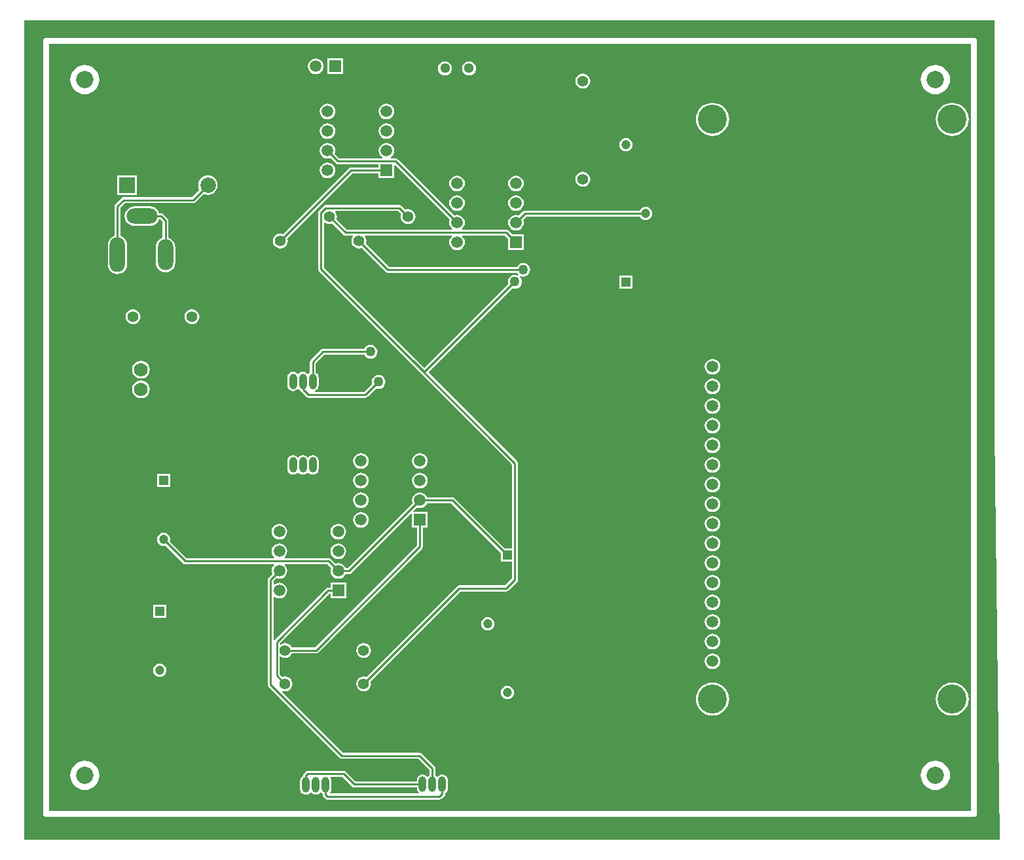
<source format=gbl>
G04 Layer_Physical_Order=2*
G04 Layer_Color=16711680*
%FSLAX24Y24*%
%MOIN*%
G70*
G01*
G75*
%ADD15C,0.0100*%
%ADD16C,0.0551*%
%ADD17C,0.0472*%
%ADD18R,0.0472X0.0472*%
%ADD19C,0.1476*%
%ADD20C,0.0591*%
%ADD21O,0.0394X0.0787*%
%ADD22O,0.0394X0.0787*%
%ADD23R,0.0591X0.0591*%
%ADD24C,0.0591*%
%ADD25R,0.0591X0.0591*%
%ADD26C,0.0512*%
%ADD27C,0.0700*%
%ADD28O,0.1575X0.0787*%
%ADD29O,0.0787X0.1575*%
%ADD30O,0.0787X0.1772*%
%ADD31R,0.0787X0.0787*%
%ADD32C,0.0787*%
%ADD33C,0.0500*%
G36*
X87674Y58900D02*
X87914Y38106D01*
X87879Y38070D01*
X38266Y38070D01*
Y79800D01*
X87674Y79800D01*
Y58900D01*
D02*
G37*
%LPC*%
G36*
X86614Y78893D02*
X39370D01*
X39312Y78881D01*
X39262Y78848D01*
X39229Y78799D01*
X39217Y78740D01*
Y39370D01*
X39229Y39312D01*
X39262Y39262D01*
X39312Y39229D01*
X39370Y39217D01*
X86614D01*
X86673Y39229D01*
X86722Y39262D01*
X86755Y39312D01*
X86767Y39370D01*
Y78740D01*
X86755Y78799D01*
X86722Y78848D01*
X86673Y78881D01*
X86614Y78893D01*
D02*
G37*
%LPD*%
G36*
X86461Y39523D02*
X39523D01*
Y78587D01*
X86461D01*
Y39523D01*
D02*
G37*
%LPC*%
G36*
X54495Y77845D02*
X53705D01*
Y77055D01*
X54495D01*
Y77845D01*
D02*
G37*
G36*
X53100Y77849D02*
X52997Y77835D01*
X52901Y77795D01*
X52818Y77732D01*
X52755Y77649D01*
X52715Y77553D01*
X52701Y77450D01*
X52715Y77347D01*
X52755Y77251D01*
X52818Y77168D01*
X52901Y77105D01*
X52997Y77065D01*
X53100Y77051D01*
X53203Y77065D01*
X53299Y77105D01*
X53382Y77168D01*
X53445Y77251D01*
X53485Y77347D01*
X53499Y77450D01*
X53485Y77553D01*
X53445Y77649D01*
X53382Y77732D01*
X53299Y77795D01*
X53203Y77835D01*
X53100Y77849D01*
D02*
G37*
G36*
X60902Y77709D02*
X60809Y77697D01*
X60722Y77661D01*
X60648Y77604D01*
X60591Y77529D01*
X60555Y77443D01*
X60543Y77350D01*
X60555Y77257D01*
X60591Y77171D01*
X60648Y77096D01*
X60722Y77039D01*
X60809Y77003D01*
X60902Y76991D01*
X60994Y77003D01*
X61081Y77039D01*
X61155Y77096D01*
X61212Y77171D01*
X61248Y77257D01*
X61261Y77350D01*
X61248Y77443D01*
X61212Y77529D01*
X61155Y77604D01*
X61081Y77661D01*
X60994Y77697D01*
X60902Y77709D01*
D02*
G37*
G36*
X59681D02*
X59588Y77697D01*
X59502Y77661D01*
X59427Y77604D01*
X59370Y77529D01*
X59334Y77443D01*
X59322Y77350D01*
X59334Y77257D01*
X59370Y77171D01*
X59427Y77096D01*
X59502Y77039D01*
X59588Y77003D01*
X59681Y76991D01*
X59774Y77003D01*
X59861Y77039D01*
X59935Y77096D01*
X59992Y77171D01*
X60028Y77257D01*
X60040Y77350D01*
X60028Y77443D01*
X59992Y77529D01*
X59935Y77604D01*
X59861Y77661D01*
X59774Y77697D01*
X59681Y77709D01*
D02*
G37*
G36*
X66700Y77079D02*
X66602Y77066D01*
X66511Y77028D01*
X66432Y76968D01*
X66372Y76889D01*
X66334Y76798D01*
X66321Y76700D01*
X66334Y76602D01*
X66372Y76511D01*
X66432Y76432D01*
X66511Y76372D01*
X66602Y76334D01*
X66700Y76321D01*
X66798Y76334D01*
X66889Y76372D01*
X66968Y76432D01*
X67028Y76511D01*
X67066Y76602D01*
X67079Y76700D01*
X67066Y76798D01*
X67028Y76889D01*
X66968Y76968D01*
X66889Y77028D01*
X66798Y77066D01*
X66700Y77079D01*
D02*
G37*
G36*
X84646Y77516D02*
X84501Y77501D01*
X84361Y77459D01*
X84232Y77390D01*
X84119Y77298D01*
X84027Y77185D01*
X83958Y77056D01*
X83916Y76917D01*
X83902Y76772D01*
X83916Y76626D01*
X83958Y76487D01*
X84027Y76358D01*
X84119Y76245D01*
X84232Y76153D01*
X84361Y76084D01*
X84501Y76042D01*
X84646Y76028D01*
X84791Y76042D01*
X84930Y76084D01*
X85059Y76153D01*
X85172Y76245D01*
X85264Y76358D01*
X85333Y76487D01*
X85375Y76626D01*
X85390Y76772D01*
X85375Y76917D01*
X85333Y77056D01*
X85264Y77185D01*
X85172Y77298D01*
X85059Y77390D01*
X84930Y77459D01*
X84791Y77501D01*
X84646Y77516D01*
D02*
G37*
G36*
X41339D02*
X41193Y77501D01*
X41054Y77459D01*
X40925Y77390D01*
X40812Y77298D01*
X40720Y77185D01*
X40651Y77056D01*
X40609Y76917D01*
X40594Y76772D01*
X40609Y76626D01*
X40651Y76487D01*
X40720Y76358D01*
X40812Y76245D01*
X40925Y76153D01*
X41054Y76084D01*
X41193Y76042D01*
X41339Y76028D01*
X41484Y76042D01*
X41623Y76084D01*
X41752Y76153D01*
X41865Y76245D01*
X41957Y76358D01*
X42026Y76487D01*
X42068Y76626D01*
X42083Y76772D01*
X42068Y76917D01*
X42026Y77056D01*
X41957Y77185D01*
X41865Y77298D01*
X41752Y77390D01*
X41623Y77459D01*
X41484Y77501D01*
X41339Y77516D01*
D02*
G37*
G36*
X56700Y75549D02*
X56597Y75535D01*
X56501Y75495D01*
X56418Y75432D01*
X56355Y75349D01*
X56315Y75253D01*
X56301Y75150D01*
X56315Y75047D01*
X56355Y74951D01*
X56418Y74868D01*
X56501Y74805D01*
X56597Y74765D01*
X56700Y74751D01*
X56803Y74765D01*
X56899Y74805D01*
X56982Y74868D01*
X57045Y74951D01*
X57085Y75047D01*
X57099Y75150D01*
X57085Y75253D01*
X57045Y75349D01*
X56982Y75432D01*
X56899Y75495D01*
X56803Y75535D01*
X56700Y75549D01*
D02*
G37*
G36*
X53700D02*
X53597Y75535D01*
X53501Y75495D01*
X53418Y75432D01*
X53355Y75349D01*
X53315Y75253D01*
X53301Y75150D01*
X53315Y75047D01*
X53355Y74951D01*
X53418Y74868D01*
X53501Y74805D01*
X53597Y74765D01*
X53700Y74751D01*
X53803Y74765D01*
X53899Y74805D01*
X53982Y74868D01*
X54045Y74951D01*
X54085Y75047D01*
X54099Y75150D01*
X54085Y75253D01*
X54045Y75349D01*
X53982Y75432D01*
X53899Y75495D01*
X53803Y75535D01*
X53700Y75549D01*
D02*
G37*
G36*
X85505Y75591D02*
X85340Y75574D01*
X85182Y75527D01*
X85037Y75449D01*
X84909Y75344D01*
X84804Y75216D01*
X84727Y75071D01*
X84679Y74913D01*
X84662Y74748D01*
X84679Y74584D01*
X84727Y74426D01*
X84804Y74280D01*
X84909Y74153D01*
X85037Y74048D01*
X85182Y73970D01*
X85340Y73922D01*
X85505Y73906D01*
X85669Y73922D01*
X85827Y73970D01*
X85973Y74048D01*
X86100Y74153D01*
X86205Y74280D01*
X86283Y74426D01*
X86331Y74584D01*
X86347Y74748D01*
X86331Y74913D01*
X86283Y75071D01*
X86205Y75216D01*
X86100Y75344D01*
X85973Y75449D01*
X85827Y75527D01*
X85669Y75574D01*
X85505Y75591D01*
D02*
G37*
G36*
X73300D02*
X73136Y75574D01*
X72978Y75527D01*
X72832Y75449D01*
X72704Y75344D01*
X72600Y75216D01*
X72522Y75071D01*
X72474Y74913D01*
X72458Y74748D01*
X72474Y74584D01*
X72522Y74426D01*
X72600Y74280D01*
X72704Y74153D01*
X72832Y74048D01*
X72978Y73970D01*
X73136Y73922D01*
X73300Y73906D01*
X73464Y73922D01*
X73622Y73970D01*
X73768Y74048D01*
X73896Y74153D01*
X74000Y74280D01*
X74078Y74426D01*
X74126Y74584D01*
X74142Y74748D01*
X74126Y74913D01*
X74078Y75071D01*
X74000Y75216D01*
X73896Y75344D01*
X73768Y75449D01*
X73622Y75527D01*
X73464Y75574D01*
X73300Y75591D01*
D02*
G37*
G36*
X56700Y74549D02*
X56597Y74535D01*
X56501Y74495D01*
X56418Y74432D01*
X56355Y74349D01*
X56315Y74253D01*
X56301Y74150D01*
X56315Y74047D01*
X56355Y73951D01*
X56418Y73868D01*
X56501Y73805D01*
X56597Y73765D01*
X56700Y73751D01*
X56803Y73765D01*
X56899Y73805D01*
X56982Y73868D01*
X57045Y73951D01*
X57085Y74047D01*
X57099Y74150D01*
X57085Y74253D01*
X57045Y74349D01*
X56982Y74432D01*
X56899Y74495D01*
X56803Y74535D01*
X56700Y74549D01*
D02*
G37*
G36*
X53700D02*
X53597Y74535D01*
X53501Y74495D01*
X53418Y74432D01*
X53355Y74349D01*
X53315Y74253D01*
X53301Y74150D01*
X53315Y74047D01*
X53355Y73951D01*
X53418Y73868D01*
X53501Y73805D01*
X53597Y73765D01*
X53700Y73751D01*
X53803Y73765D01*
X53899Y73805D01*
X53982Y73868D01*
X54045Y73951D01*
X54085Y74047D01*
X54099Y74150D01*
X54085Y74253D01*
X54045Y74349D01*
X53982Y74432D01*
X53899Y74495D01*
X53803Y74535D01*
X53700Y74549D01*
D02*
G37*
G36*
X68900Y73789D02*
X68812Y73778D01*
X68730Y73744D01*
X68660Y73690D01*
X68606Y73620D01*
X68572Y73538D01*
X68561Y73450D01*
X68572Y73362D01*
X68606Y73280D01*
X68660Y73210D01*
X68730Y73156D01*
X68812Y73122D01*
X68900Y73111D01*
X68988Y73122D01*
X69070Y73156D01*
X69140Y73210D01*
X69194Y73280D01*
X69228Y73362D01*
X69239Y73450D01*
X69228Y73538D01*
X69194Y73620D01*
X69140Y73690D01*
X69070Y73744D01*
X68988Y73778D01*
X68900Y73789D01*
D02*
G37*
G36*
X56700Y73549D02*
X56597Y73535D01*
X56501Y73495D01*
X56418Y73432D01*
X56355Y73349D01*
X56315Y73253D01*
X56301Y73150D01*
X56315Y73047D01*
X56355Y72951D01*
X56418Y72868D01*
X56490Y72813D01*
X56479Y72766D01*
X56477Y72763D01*
X54303D01*
X54066Y73000D01*
X54085Y73047D01*
X54099Y73150D01*
X54085Y73253D01*
X54045Y73349D01*
X53982Y73432D01*
X53899Y73495D01*
X53803Y73535D01*
X53700Y73549D01*
X53597Y73535D01*
X53501Y73495D01*
X53418Y73432D01*
X53355Y73349D01*
X53315Y73253D01*
X53301Y73150D01*
X53315Y73047D01*
X53355Y72951D01*
X53418Y72868D01*
X53501Y72805D01*
X53597Y72765D01*
X53700Y72751D01*
X53803Y72765D01*
X53850Y72784D01*
X54132Y72502D01*
X54181Y72469D01*
X54240Y72457D01*
X56305D01*
Y72303D01*
X54900D01*
X54841Y72291D01*
X54792Y72258D01*
X51435Y68901D01*
X51398Y68916D01*
X51300Y68929D01*
X51202Y68916D01*
X51111Y68878D01*
X51032Y68818D01*
X50972Y68739D01*
X50934Y68648D01*
X50921Y68550D01*
X50934Y68452D01*
X50972Y68361D01*
X51032Y68282D01*
X51111Y68222D01*
X51202Y68184D01*
X51300Y68171D01*
X51398Y68184D01*
X51489Y68222D01*
X51568Y68282D01*
X51628Y68361D01*
X51666Y68452D01*
X51679Y68550D01*
X51666Y68648D01*
X51651Y68685D01*
X54963Y71997D01*
X56305D01*
Y71755D01*
X57095D01*
Y72391D01*
X57145Y72411D01*
X59925Y69631D01*
X59906Y69585D01*
X59893Y69482D01*
X59906Y69378D01*
X59946Y69282D01*
X60009Y69200D01*
X60031Y69183D01*
X60014Y69133D01*
X54683D01*
X54151Y69665D01*
X54166Y69702D01*
X54179Y69800D01*
X54166Y69898D01*
X54128Y69989D01*
X54099Y70027D01*
X54124Y70077D01*
X57307D01*
X57449Y69935D01*
X57434Y69898D01*
X57421Y69800D01*
X57434Y69702D01*
X57472Y69611D01*
X57532Y69532D01*
X57611Y69472D01*
X57702Y69434D01*
X57800Y69421D01*
X57898Y69434D01*
X57989Y69472D01*
X58068Y69532D01*
X58128Y69611D01*
X58166Y69702D01*
X58179Y69800D01*
X58166Y69898D01*
X58128Y69989D01*
X58068Y70068D01*
X57989Y70128D01*
X57898Y70166D01*
X57800Y70179D01*
X57702Y70166D01*
X57665Y70151D01*
X57478Y70338D01*
X57429Y70371D01*
X57370Y70383D01*
X53600D01*
X53541Y70371D01*
X53492Y70338D01*
X53262Y70108D01*
X53229Y70059D01*
X53217Y70000D01*
Y67130D01*
X53223Y67101D01*
X53229Y67072D01*
X53229Y67072D01*
X53229Y67071D01*
X53245Y67047D01*
X53262Y67022D01*
X63087Y57157D01*
Y52886D01*
X62730D01*
X60158Y55458D01*
X60109Y55491D01*
X60050Y55503D01*
X58764D01*
X58745Y55549D01*
X58682Y55632D01*
X58599Y55695D01*
X58503Y55735D01*
X58400Y55749D01*
X58297Y55735D01*
X58201Y55695D01*
X58118Y55632D01*
X58055Y55549D01*
X58015Y55453D01*
X58001Y55350D01*
X58015Y55247D01*
X58034Y55200D01*
X54737Y51903D01*
X54614D01*
X54595Y51949D01*
X54532Y52032D01*
X54449Y52095D01*
X54353Y52135D01*
X54250Y52149D01*
X54147Y52135D01*
X54100Y52116D01*
X53858Y52358D01*
X53809Y52391D01*
X53750Y52403D01*
X51529D01*
X51512Y52453D01*
X51532Y52468D01*
X51595Y52551D01*
X51635Y52647D01*
X51649Y52750D01*
X51635Y52853D01*
X51595Y52949D01*
X51532Y53032D01*
X51449Y53095D01*
X51353Y53135D01*
X51250Y53149D01*
X51147Y53135D01*
X51051Y53095D01*
X50968Y53032D01*
X50905Y52949D01*
X50865Y52853D01*
X50851Y52750D01*
X50865Y52647D01*
X50905Y52551D01*
X50968Y52468D01*
X50988Y52453D01*
X50971Y52403D01*
X46513D01*
X45671Y53246D01*
X45678Y53262D01*
X45689Y53350D01*
X45678Y53438D01*
X45644Y53520D01*
X45590Y53590D01*
X45520Y53644D01*
X45438Y53678D01*
X45350Y53689D01*
X45262Y53678D01*
X45180Y53644D01*
X45110Y53590D01*
X45056Y53520D01*
X45022Y53438D01*
X45011Y53350D01*
X45022Y53262D01*
X45056Y53180D01*
X45110Y53110D01*
X45180Y53056D01*
X45262Y53022D01*
X45350Y53011D01*
X45438Y53022D01*
X45454Y53029D01*
X46342Y52142D01*
X46391Y52109D01*
X46450Y52097D01*
X50971D01*
X50988Y52047D01*
X50968Y52032D01*
X50905Y51949D01*
X50865Y51853D01*
X50851Y51750D01*
X50865Y51647D01*
X50884Y51600D01*
X50692Y51408D01*
X50659Y51359D01*
X50647Y51300D01*
Y45970D01*
X50659Y45911D01*
X50692Y45862D01*
X54332Y42222D01*
X54381Y42189D01*
X54440Y42177D01*
X58337D01*
X58888Y41625D01*
Y41335D01*
X58830Y41290D01*
X58816Y41273D01*
X58766D01*
X58753Y41290D01*
X58691Y41338D01*
X58619Y41368D01*
X58541Y41378D01*
X58464Y41368D01*
X58392Y41338D01*
X58330Y41290D01*
X58282Y41228D01*
X58252Y41156D01*
X58242Y41078D01*
Y41033D01*
X55123D01*
X54638Y41518D01*
X54589Y41551D01*
X54530Y41563D01*
X52700D01*
X52641Y41551D01*
X52592Y41518D01*
X52492Y41418D01*
X52459Y41369D01*
X52447Y41310D01*
Y41304D01*
X52388Y41259D01*
X52341Y41197D01*
X52311Y41124D01*
X52301Y41047D01*
Y40653D01*
X52311Y40576D01*
X52341Y40503D01*
X52388Y40441D01*
X52450Y40394D01*
X52523Y40364D01*
X52600Y40354D01*
X52677Y40364D01*
X52750Y40394D01*
X52812Y40441D01*
X52825Y40459D01*
X52875D01*
X52888Y40441D01*
X52950Y40394D01*
X53023Y40364D01*
X53100Y40354D01*
X53177Y40364D01*
X53250Y40394D01*
X53312Y40441D01*
X53325Y40459D01*
X53375D01*
X53388Y40441D01*
X53447Y40396D01*
Y40360D01*
X53459Y40301D01*
X53492Y40252D01*
X53592Y40152D01*
X53641Y40119D01*
X53700Y40107D01*
X59401D01*
X59460Y40119D01*
X59509Y40152D01*
X59649Y40292D01*
X59683Y40341D01*
X59694Y40400D01*
Y40428D01*
X59753Y40473D01*
X59801Y40535D01*
X59831Y40607D01*
X59841Y40685D01*
Y41078D01*
X59831Y41156D01*
X59801Y41228D01*
X59753Y41290D01*
X59691Y41338D01*
X59619Y41368D01*
X59541Y41378D01*
X59464Y41368D01*
X59392Y41338D01*
X59330Y41290D01*
X59316Y41273D01*
X59266D01*
X59253Y41290D01*
X59194Y41335D01*
Y41689D01*
X59183Y41747D01*
X59149Y41797D01*
X58508Y42438D01*
X58459Y42471D01*
X58400Y42483D01*
X54503D01*
X51380Y45606D01*
X51409Y45648D01*
X51443Y45634D01*
X51541Y45621D01*
X51639Y45634D01*
X51731Y45672D01*
X51809Y45732D01*
X51869Y45811D01*
X51907Y45902D01*
X51920Y46000D01*
X51907Y46098D01*
X51869Y46189D01*
X51809Y46268D01*
X51731Y46328D01*
X51639Y46366D01*
X51541Y46379D01*
X51443Y46366D01*
X51407Y46351D01*
X51263Y46495D01*
Y47377D01*
X51313Y47402D01*
X51352Y47372D01*
X51443Y47334D01*
X51541Y47321D01*
X51639Y47334D01*
X51731Y47372D01*
X51809Y47432D01*
X51869Y47511D01*
X51885Y47547D01*
X53110D01*
X53169Y47559D01*
X53218Y47592D01*
X58508Y52882D01*
X58541Y52931D01*
X58553Y52990D01*
Y53955D01*
X58795D01*
Y54745D01*
X58077D01*
X58058Y54791D01*
X58250Y54984D01*
X58297Y54965D01*
X58400Y54951D01*
X58503Y54965D01*
X58599Y55005D01*
X58682Y55068D01*
X58745Y55151D01*
X58764Y55197D01*
X59987D01*
X62514Y52670D01*
Y52214D01*
X63087D01*
Y51363D01*
X62737Y51013D01*
X60401D01*
X60343Y51001D01*
X60293Y50968D01*
X55676Y46351D01*
X55639Y46366D01*
X55541Y46379D01*
X55443Y46366D01*
X55352Y46328D01*
X55273Y46268D01*
X55213Y46189D01*
X55175Y46098D01*
X55163Y46000D01*
X55175Y45902D01*
X55213Y45811D01*
X55273Y45732D01*
X55352Y45672D01*
X55443Y45634D01*
X55541Y45621D01*
X55639Y45634D01*
X55731Y45672D01*
X55809Y45732D01*
X55869Y45811D01*
X55907Y45902D01*
X55920Y46000D01*
X55907Y46098D01*
X55892Y46135D01*
X60465Y50707D01*
X62800D01*
X62859Y50719D01*
X62908Y50752D01*
X63348Y51192D01*
X63381Y51241D01*
X63393Y51300D01*
Y57220D01*
X63387Y57249D01*
X63381Y57278D01*
X63381Y57278D01*
X63381Y57279D01*
X63365Y57303D01*
X63348Y57328D01*
X58850Y61845D01*
X58850Y61895D01*
X63124Y66149D01*
X63149Y66139D01*
X63240Y66127D01*
X63331Y66139D01*
X63417Y66174D01*
X63490Y66230D01*
X63546Y66303D01*
X63581Y66389D01*
X63593Y66480D01*
X63581Y66571D01*
X63546Y66657D01*
X63492Y66727D01*
X63492Y66732D01*
X63531Y66764D01*
X63569Y66749D01*
X63660Y66737D01*
X63751Y66749D01*
X63837Y66784D01*
X63910Y66840D01*
X63966Y66913D01*
X64001Y66999D01*
X64013Y67090D01*
X64001Y67181D01*
X63966Y67267D01*
X63910Y67340D01*
X63837Y67396D01*
X63751Y67431D01*
X63660Y67443D01*
X63569Y67431D01*
X63483Y67396D01*
X63410Y67340D01*
X63354Y67267D01*
X63345Y67243D01*
X56823D01*
X55651Y68415D01*
X55666Y68452D01*
X55679Y68550D01*
X55666Y68648D01*
X55628Y68739D01*
X55599Y68777D01*
X55624Y68827D01*
X60010D01*
X60027Y68777D01*
X60009Y68763D01*
X59946Y68681D01*
X59906Y68585D01*
X59893Y68481D01*
X59906Y68378D01*
X59946Y68282D01*
X60009Y68200D01*
X60092Y68136D01*
X60188Y68096D01*
X60291Y68083D01*
X60395Y68096D01*
X60491Y68136D01*
X60573Y68200D01*
X60637Y68282D01*
X60676Y68378D01*
X60690Y68481D01*
X60676Y68585D01*
X60637Y68681D01*
X60573Y68763D01*
X60555Y68777D01*
X60572Y68827D01*
X62729D01*
X62896Y68660D01*
Y68086D01*
X63687D01*
Y68877D01*
X63112D01*
X62901Y69088D01*
X62851Y69121D01*
X62793Y69133D01*
X60569D01*
X60552Y69183D01*
X60573Y69200D01*
X60637Y69282D01*
X60676Y69378D01*
X60690Y69482D01*
X60676Y69585D01*
X60637Y69681D01*
X60573Y69763D01*
X60491Y69827D01*
X60395Y69867D01*
X60291Y69880D01*
X60188Y69867D01*
X60142Y69847D01*
X57271Y72718D01*
X57221Y72751D01*
X57163Y72763D01*
X56923D01*
X56921Y72766D01*
X56910Y72813D01*
X56982Y72868D01*
X57045Y72951D01*
X57085Y73047D01*
X57099Y73150D01*
X57085Y73253D01*
X57045Y73349D01*
X56982Y73432D01*
X56899Y73495D01*
X56803Y73535D01*
X56700Y73549D01*
D02*
G37*
G36*
X53700Y72549D02*
X53597Y72535D01*
X53501Y72495D01*
X53418Y72432D01*
X53355Y72349D01*
X53315Y72253D01*
X53301Y72150D01*
X53315Y72047D01*
X53355Y71951D01*
X53418Y71868D01*
X53501Y71805D01*
X53597Y71765D01*
X53700Y71751D01*
X53803Y71765D01*
X53899Y71805D01*
X53982Y71868D01*
X54045Y71951D01*
X54085Y72047D01*
X54099Y72150D01*
X54085Y72253D01*
X54045Y72349D01*
X53982Y72432D01*
X53899Y72495D01*
X53803Y72535D01*
X53700Y72549D01*
D02*
G37*
G36*
X66700Y72079D02*
X66602Y72066D01*
X66511Y72028D01*
X66432Y71968D01*
X66372Y71889D01*
X66334Y71798D01*
X66321Y71700D01*
X66334Y71602D01*
X66372Y71511D01*
X66432Y71432D01*
X66511Y71372D01*
X66602Y71334D01*
X66700Y71321D01*
X66798Y71334D01*
X66889Y71372D01*
X66968Y71432D01*
X67028Y71511D01*
X67066Y71602D01*
X67079Y71700D01*
X67066Y71798D01*
X67028Y71889D01*
X66968Y71968D01*
X66889Y72028D01*
X66798Y72066D01*
X66700Y72079D01*
D02*
G37*
G36*
X63291Y71880D02*
X63188Y71867D01*
X63092Y71827D01*
X63009Y71763D01*
X62946Y71681D01*
X62906Y71585D01*
X62893Y71481D01*
X62906Y71378D01*
X62946Y71282D01*
X63009Y71200D01*
X63092Y71136D01*
X63188Y71096D01*
X63291Y71083D01*
X63395Y71096D01*
X63491Y71136D01*
X63573Y71200D01*
X63637Y71282D01*
X63676Y71378D01*
X63690Y71481D01*
X63676Y71585D01*
X63637Y71681D01*
X63573Y71763D01*
X63491Y71827D01*
X63395Y71867D01*
X63291Y71880D01*
D02*
G37*
G36*
X60291D02*
X60188Y71867D01*
X60092Y71827D01*
X60009Y71763D01*
X59946Y71681D01*
X59906Y71585D01*
X59893Y71481D01*
X59906Y71378D01*
X59946Y71282D01*
X60009Y71200D01*
X60092Y71136D01*
X60188Y71096D01*
X60291Y71083D01*
X60395Y71096D01*
X60491Y71136D01*
X60573Y71200D01*
X60637Y71282D01*
X60676Y71378D01*
X60690Y71481D01*
X60676Y71585D01*
X60637Y71681D01*
X60573Y71763D01*
X60491Y71827D01*
X60395Y71867D01*
X60291Y71880D01*
D02*
G37*
G36*
X43985Y71894D02*
X42997D01*
Y70906D01*
X43985D01*
Y71894D01*
D02*
G37*
G36*
X47609Y71898D02*
X47480Y71881D01*
X47360Y71831D01*
X47257Y71752D01*
X47178Y71649D01*
X47128Y71529D01*
X47111Y71400D01*
X47128Y71271D01*
X47168Y71175D01*
X46786Y70793D01*
X43320D01*
X43261Y70781D01*
X43212Y70748D01*
X42898Y70434D01*
X42865Y70385D01*
X42853Y70326D01*
Y68813D01*
X42757Y68773D01*
X42654Y68694D01*
X42575Y68591D01*
X42525Y68471D01*
X42508Y68342D01*
Y67358D01*
X42525Y67229D01*
X42575Y67109D01*
X42654Y67006D01*
X42757Y66927D01*
X42877Y66877D01*
X43006Y66860D01*
X43135Y66877D01*
X43255Y66927D01*
X43358Y67006D01*
X43438Y67109D01*
X43487Y67229D01*
X43504Y67358D01*
Y68342D01*
X43487Y68471D01*
X43438Y68591D01*
X43358Y68694D01*
X43255Y68773D01*
X43159Y68813D01*
Y70263D01*
X43383Y70487D01*
X46849D01*
X46908Y70499D01*
X46957Y70532D01*
X47384Y70959D01*
X47480Y70919D01*
X47609Y70902D01*
X47738Y70919D01*
X47858Y70969D01*
X47961Y71048D01*
X48040Y71151D01*
X48090Y71271D01*
X48107Y71400D01*
X48090Y71529D01*
X48040Y71649D01*
X47961Y71752D01*
X47858Y71831D01*
X47738Y71881D01*
X47609Y71898D01*
D02*
G37*
G36*
X63291Y70880D02*
X63188Y70867D01*
X63092Y70827D01*
X63009Y70763D01*
X62946Y70681D01*
X62906Y70585D01*
X62893Y70482D01*
X62906Y70378D01*
X62946Y70282D01*
X63009Y70200D01*
X63092Y70136D01*
X63188Y70096D01*
X63291Y70083D01*
X63395Y70096D01*
X63491Y70136D01*
X63573Y70200D01*
X63637Y70282D01*
X63676Y70378D01*
X63690Y70482D01*
X63676Y70585D01*
X63637Y70681D01*
X63573Y70763D01*
X63491Y70827D01*
X63395Y70867D01*
X63291Y70880D01*
D02*
G37*
G36*
X60291D02*
X60188Y70867D01*
X60092Y70827D01*
X60009Y70763D01*
X59946Y70681D01*
X59906Y70585D01*
X59893Y70482D01*
X59906Y70378D01*
X59946Y70282D01*
X60009Y70200D01*
X60092Y70136D01*
X60188Y70096D01*
X60291Y70083D01*
X60395Y70096D01*
X60491Y70136D01*
X60573Y70200D01*
X60637Y70282D01*
X60676Y70378D01*
X60690Y70482D01*
X60676Y70585D01*
X60637Y70681D01*
X60573Y70763D01*
X60491Y70827D01*
X60395Y70867D01*
X60291Y70880D01*
D02*
G37*
G36*
X69900Y70289D02*
X69812Y70278D01*
X69730Y70244D01*
X69660Y70190D01*
X69606Y70120D01*
X69599Y70103D01*
X63760D01*
X63701Y70091D01*
X63652Y70058D01*
X63441Y69847D01*
X63395Y69867D01*
X63291Y69880D01*
X63188Y69867D01*
X63092Y69827D01*
X63009Y69763D01*
X62946Y69681D01*
X62906Y69585D01*
X62893Y69482D01*
X62906Y69378D01*
X62946Y69282D01*
X63009Y69200D01*
X63092Y69136D01*
X63188Y69096D01*
X63291Y69083D01*
X63395Y69096D01*
X63491Y69136D01*
X63573Y69200D01*
X63637Y69282D01*
X63676Y69378D01*
X63690Y69482D01*
X63676Y69585D01*
X63657Y69631D01*
X63823Y69797D01*
X69599D01*
X69606Y69780D01*
X69660Y69710D01*
X69730Y69656D01*
X69812Y69622D01*
X69900Y69611D01*
X69988Y69622D01*
X70070Y69656D01*
X70140Y69710D01*
X70194Y69780D01*
X70228Y69862D01*
X70239Y69950D01*
X70228Y70038D01*
X70194Y70120D01*
X70140Y70190D01*
X70070Y70244D01*
X69988Y70278D01*
X69900Y70289D01*
D02*
G37*
G36*
X44660Y70316D02*
X43872D01*
X43744Y70299D01*
X43623Y70250D01*
X43520Y70171D01*
X43441Y70067D01*
X43391Y69947D01*
X43374Y69819D01*
X43391Y69690D01*
X43441Y69570D01*
X43520Y69466D01*
X43623Y69387D01*
X43744Y69338D01*
X43872Y69321D01*
X44660D01*
X44789Y69338D01*
X44909Y69387D01*
X45012Y69466D01*
X45091Y69570D01*
X45123Y69647D01*
X45177Y69654D01*
X45294Y69537D01*
Y68715D01*
X45198Y68675D01*
X45095Y68596D01*
X45016Y68493D01*
X44966Y68373D01*
X44949Y68244D01*
Y67456D01*
X44966Y67327D01*
X45016Y67207D01*
X45095Y67104D01*
X45198Y67025D01*
X45318Y66975D01*
X45447Y66958D01*
X45576Y66975D01*
X45696Y67025D01*
X45799Y67104D01*
X45878Y67207D01*
X45928Y67327D01*
X45945Y67456D01*
Y68244D01*
X45928Y68373D01*
X45878Y68493D01*
X45799Y68596D01*
X45696Y68675D01*
X45600Y68715D01*
Y69600D01*
X45589Y69659D01*
X45555Y69708D01*
X45337Y69927D01*
X45287Y69960D01*
X45229Y69971D01*
X45131D01*
X45091Y70067D01*
X45012Y70171D01*
X44909Y70250D01*
X44789Y70299D01*
X44660Y70316D01*
D02*
G37*
G36*
X69236Y66786D02*
X68564D01*
Y66114D01*
X69236D01*
Y66786D01*
D02*
G37*
G36*
X46800Y65079D02*
X46702Y65066D01*
X46611Y65028D01*
X46532Y64968D01*
X46472Y64889D01*
X46434Y64798D01*
X46421Y64700D01*
X46434Y64602D01*
X46472Y64511D01*
X46532Y64432D01*
X46611Y64372D01*
X46702Y64334D01*
X46800Y64321D01*
X46898Y64334D01*
X46989Y64372D01*
X47068Y64432D01*
X47128Y64511D01*
X47166Y64602D01*
X47179Y64700D01*
X47166Y64798D01*
X47128Y64889D01*
X47068Y64968D01*
X46989Y65028D01*
X46898Y65066D01*
X46800Y65079D01*
D02*
G37*
G36*
X43800D02*
X43702Y65066D01*
X43611Y65028D01*
X43532Y64968D01*
X43472Y64889D01*
X43434Y64798D01*
X43421Y64700D01*
X43434Y64602D01*
X43472Y64511D01*
X43532Y64432D01*
X43611Y64372D01*
X43702Y64334D01*
X43800Y64321D01*
X43898Y64334D01*
X43989Y64372D01*
X44068Y64432D01*
X44128Y64511D01*
X44166Y64602D01*
X44179Y64700D01*
X44166Y64798D01*
X44128Y64889D01*
X44068Y64968D01*
X43989Y65028D01*
X43898Y65066D01*
X43800Y65079D01*
D02*
G37*
G36*
X55890Y63263D02*
X55799Y63251D01*
X55713Y63216D01*
X55640Y63160D01*
X55584Y63087D01*
X55575Y63063D01*
X53460D01*
X53401Y63051D01*
X53352Y63018D01*
X52842Y62508D01*
X52809Y62459D01*
X52797Y62400D01*
Y61854D01*
X52738Y61809D01*
X52725Y61791D01*
X52675D01*
X52662Y61809D01*
X52600Y61856D01*
X52527Y61886D01*
X52450Y61896D01*
X52373Y61886D01*
X52300Y61856D01*
X52238Y61809D01*
X52225Y61791D01*
X52175D01*
X52162Y61809D01*
X52100Y61856D01*
X52027Y61886D01*
X51950Y61896D01*
X51873Y61886D01*
X51800Y61856D01*
X51738Y61809D01*
X51691Y61747D01*
X51661Y61674D01*
X51651Y61597D01*
Y61203D01*
X51661Y61126D01*
X51691Y61053D01*
X51738Y60991D01*
X51800Y60944D01*
X51873Y60914D01*
X51950Y60904D01*
X52027Y60914D01*
X52100Y60944D01*
X52162Y60991D01*
X52175Y61009D01*
X52225D01*
X52238Y60991D01*
X52300Y60944D01*
X52310Y60940D01*
X52342Y60892D01*
X52622Y60612D01*
X52671Y60579D01*
X52730Y60567D01*
X55640D01*
X55699Y60579D01*
X55748Y60612D01*
X56185Y61049D01*
X56209Y61039D01*
X56300Y61027D01*
X56391Y61039D01*
X56477Y61074D01*
X56550Y61130D01*
X56606Y61203D01*
X56641Y61289D01*
X56653Y61380D01*
X56641Y61471D01*
X56606Y61557D01*
X56550Y61630D01*
X56477Y61686D01*
X56391Y61721D01*
X56300Y61733D01*
X56209Y61721D01*
X56123Y61686D01*
X56050Y61630D01*
X55994Y61557D01*
X55959Y61471D01*
X55947Y61380D01*
X55959Y61289D01*
X55969Y61265D01*
X55577Y60873D01*
X53059D01*
X53049Y60923D01*
X53100Y60944D01*
X53162Y60991D01*
X53209Y61053D01*
X53239Y61126D01*
X53249Y61203D01*
Y61597D01*
X53239Y61674D01*
X53209Y61747D01*
X53162Y61809D01*
X53103Y61854D01*
Y62337D01*
X53523Y62757D01*
X55575D01*
X55584Y62733D01*
X55640Y62660D01*
X55713Y62604D01*
X55799Y62569D01*
X55890Y62557D01*
X55981Y62569D01*
X56067Y62604D01*
X56140Y62660D01*
X56196Y62733D01*
X56231Y62819D01*
X56243Y62910D01*
X56231Y63001D01*
X56196Y63087D01*
X56140Y63160D01*
X56067Y63216D01*
X55981Y63251D01*
X55890Y63263D01*
D02*
G37*
G36*
X73300Y62549D02*
X73197Y62535D01*
X73101Y62495D01*
X73018Y62432D01*
X72955Y62349D01*
X72915Y62253D01*
X72901Y62150D01*
X72915Y62047D01*
X72955Y61951D01*
X73018Y61868D01*
X73101Y61805D01*
X73197Y61765D01*
X73300Y61751D01*
X73403Y61765D01*
X73499Y61805D01*
X73582Y61868D01*
X73645Y61951D01*
X73685Y62047D01*
X73699Y62150D01*
X73685Y62253D01*
X73645Y62349D01*
X73582Y62432D01*
X73499Y62495D01*
X73403Y62535D01*
X73300Y62549D01*
D02*
G37*
G36*
X44200Y62454D02*
X44083Y62438D01*
X43973Y62393D01*
X43879Y62321D01*
X43807Y62227D01*
X43762Y62117D01*
X43746Y62000D01*
X43762Y61883D01*
X43807Y61773D01*
X43879Y61679D01*
X43973Y61607D01*
X44083Y61562D01*
X44200Y61546D01*
X44317Y61562D01*
X44427Y61607D01*
X44521Y61679D01*
X44593Y61773D01*
X44638Y61883D01*
X44654Y62000D01*
X44638Y62117D01*
X44593Y62227D01*
X44521Y62321D01*
X44427Y62393D01*
X44317Y62438D01*
X44200Y62454D01*
D02*
G37*
G36*
X73300Y61549D02*
X73197Y61535D01*
X73101Y61495D01*
X73018Y61432D01*
X72955Y61349D01*
X72915Y61253D01*
X72901Y61150D01*
X72915Y61047D01*
X72955Y60951D01*
X73018Y60868D01*
X73101Y60805D01*
X73197Y60765D01*
X73300Y60751D01*
X73403Y60765D01*
X73499Y60805D01*
X73582Y60868D01*
X73645Y60951D01*
X73685Y61047D01*
X73699Y61150D01*
X73685Y61253D01*
X73645Y61349D01*
X73582Y61432D01*
X73499Y61495D01*
X73403Y61535D01*
X73300Y61549D01*
D02*
G37*
G36*
X44200Y61454D02*
X44083Y61438D01*
X43973Y61393D01*
X43879Y61321D01*
X43807Y61227D01*
X43762Y61117D01*
X43746Y61000D01*
X43762Y60883D01*
X43807Y60773D01*
X43879Y60679D01*
X43973Y60607D01*
X44083Y60562D01*
X44200Y60546D01*
X44317Y60562D01*
X44427Y60607D01*
X44521Y60679D01*
X44593Y60773D01*
X44638Y60883D01*
X44654Y61000D01*
X44638Y61117D01*
X44593Y61227D01*
X44521Y61321D01*
X44427Y61393D01*
X44317Y61438D01*
X44200Y61454D01*
D02*
G37*
G36*
X73300Y60549D02*
X73197Y60535D01*
X73101Y60495D01*
X73018Y60432D01*
X72955Y60349D01*
X72915Y60253D01*
X72901Y60150D01*
X72915Y60047D01*
X72955Y59951D01*
X73018Y59868D01*
X73101Y59805D01*
X73197Y59765D01*
X73300Y59751D01*
X73403Y59765D01*
X73499Y59805D01*
X73582Y59868D01*
X73645Y59951D01*
X73685Y60047D01*
X73699Y60150D01*
X73685Y60253D01*
X73645Y60349D01*
X73582Y60432D01*
X73499Y60495D01*
X73403Y60535D01*
X73300Y60549D01*
D02*
G37*
G36*
Y59549D02*
X73197Y59535D01*
X73101Y59495D01*
X73018Y59432D01*
X72955Y59349D01*
X72915Y59253D01*
X72901Y59150D01*
X72915Y59047D01*
X72955Y58951D01*
X73018Y58868D01*
X73101Y58805D01*
X73197Y58765D01*
X73300Y58751D01*
X73403Y58765D01*
X73499Y58805D01*
X73582Y58868D01*
X73645Y58951D01*
X73685Y59047D01*
X73699Y59150D01*
X73685Y59253D01*
X73645Y59349D01*
X73582Y59432D01*
X73499Y59495D01*
X73403Y59535D01*
X73300Y59549D01*
D02*
G37*
G36*
Y58549D02*
X73197Y58535D01*
X73101Y58495D01*
X73018Y58432D01*
X72955Y58349D01*
X72915Y58253D01*
X72901Y58150D01*
X72915Y58047D01*
X72955Y57951D01*
X73018Y57868D01*
X73101Y57805D01*
X73197Y57765D01*
X73300Y57751D01*
X73403Y57765D01*
X73499Y57805D01*
X73582Y57868D01*
X73645Y57951D01*
X73685Y58047D01*
X73699Y58150D01*
X73685Y58253D01*
X73645Y58349D01*
X73582Y58432D01*
X73499Y58495D01*
X73403Y58535D01*
X73300Y58549D01*
D02*
G37*
G36*
X52950Y57646D02*
X52873Y57636D01*
X52800Y57606D01*
X52738Y57559D01*
X52725Y57541D01*
X52675D01*
X52662Y57559D01*
X52600Y57606D01*
X52527Y57636D01*
X52450Y57646D01*
X52373Y57636D01*
X52300Y57606D01*
X52238Y57559D01*
X52225Y57541D01*
X52175D01*
X52162Y57559D01*
X52100Y57606D01*
X52027Y57636D01*
X51950Y57646D01*
X51873Y57636D01*
X51800Y57606D01*
X51738Y57559D01*
X51691Y57497D01*
X51661Y57424D01*
X51651Y57347D01*
Y56953D01*
X51661Y56876D01*
X51691Y56803D01*
X51738Y56741D01*
X51800Y56694D01*
X51873Y56664D01*
X51950Y56654D01*
X52027Y56664D01*
X52100Y56694D01*
X52162Y56741D01*
X52175Y56759D01*
X52225D01*
X52238Y56741D01*
X52300Y56694D01*
X52373Y56664D01*
X52450Y56654D01*
X52527Y56664D01*
X52600Y56694D01*
X52662Y56741D01*
X52675Y56759D01*
X52725D01*
X52738Y56741D01*
X52800Y56694D01*
X52873Y56664D01*
X52950Y56654D01*
X53027Y56664D01*
X53100Y56694D01*
X53162Y56741D01*
X53209Y56803D01*
X53239Y56876D01*
X53249Y56953D01*
Y57347D01*
X53239Y57424D01*
X53209Y57497D01*
X53162Y57559D01*
X53100Y57606D01*
X53027Y57636D01*
X52950Y57646D01*
D02*
G37*
G36*
X58400Y57749D02*
X58297Y57735D01*
X58201Y57695D01*
X58118Y57632D01*
X58055Y57549D01*
X58015Y57453D01*
X58001Y57350D01*
X58015Y57247D01*
X58055Y57151D01*
X58118Y57068D01*
X58201Y57005D01*
X58297Y56965D01*
X58400Y56951D01*
X58503Y56965D01*
X58599Y57005D01*
X58682Y57068D01*
X58745Y57151D01*
X58785Y57247D01*
X58799Y57350D01*
X58785Y57453D01*
X58745Y57549D01*
X58682Y57632D01*
X58599Y57695D01*
X58503Y57735D01*
X58400Y57749D01*
D02*
G37*
G36*
X55400D02*
X55297Y57735D01*
X55201Y57695D01*
X55118Y57632D01*
X55055Y57549D01*
X55015Y57453D01*
X55001Y57350D01*
X55015Y57247D01*
X55055Y57151D01*
X55118Y57068D01*
X55201Y57005D01*
X55297Y56965D01*
X55400Y56951D01*
X55503Y56965D01*
X55599Y57005D01*
X55682Y57068D01*
X55745Y57151D01*
X55785Y57247D01*
X55799Y57350D01*
X55785Y57453D01*
X55745Y57549D01*
X55682Y57632D01*
X55599Y57695D01*
X55503Y57735D01*
X55400Y57749D01*
D02*
G37*
G36*
X73300Y57549D02*
X73197Y57535D01*
X73101Y57495D01*
X73018Y57432D01*
X72955Y57349D01*
X72915Y57253D01*
X72901Y57150D01*
X72915Y57047D01*
X72955Y56951D01*
X73018Y56868D01*
X73101Y56805D01*
X73197Y56765D01*
X73300Y56751D01*
X73403Y56765D01*
X73499Y56805D01*
X73582Y56868D01*
X73645Y56951D01*
X73685Y57047D01*
X73699Y57150D01*
X73685Y57253D01*
X73645Y57349D01*
X73582Y57432D01*
X73499Y57495D01*
X73403Y57535D01*
X73300Y57549D01*
D02*
G37*
G36*
X45686Y56686D02*
X45014D01*
Y56014D01*
X45686D01*
Y56686D01*
D02*
G37*
G36*
X58400Y56749D02*
X58297Y56735D01*
X58201Y56695D01*
X58118Y56632D01*
X58055Y56549D01*
X58015Y56453D01*
X58001Y56350D01*
X58015Y56247D01*
X58055Y56151D01*
X58118Y56068D01*
X58201Y56005D01*
X58297Y55965D01*
X58400Y55951D01*
X58503Y55965D01*
X58599Y56005D01*
X58682Y56068D01*
X58745Y56151D01*
X58785Y56247D01*
X58799Y56350D01*
X58785Y56453D01*
X58745Y56549D01*
X58682Y56632D01*
X58599Y56695D01*
X58503Y56735D01*
X58400Y56749D01*
D02*
G37*
G36*
X55400D02*
X55297Y56735D01*
X55201Y56695D01*
X55118Y56632D01*
X55055Y56549D01*
X55015Y56453D01*
X55001Y56350D01*
X55015Y56247D01*
X55055Y56151D01*
X55118Y56068D01*
X55201Y56005D01*
X55297Y55965D01*
X55400Y55951D01*
X55503Y55965D01*
X55599Y56005D01*
X55682Y56068D01*
X55745Y56151D01*
X55785Y56247D01*
X55799Y56350D01*
X55785Y56453D01*
X55745Y56549D01*
X55682Y56632D01*
X55599Y56695D01*
X55503Y56735D01*
X55400Y56749D01*
D02*
G37*
G36*
X73300Y56549D02*
X73197Y56535D01*
X73101Y56495D01*
X73018Y56432D01*
X72955Y56349D01*
X72915Y56253D01*
X72901Y56150D01*
X72915Y56047D01*
X72955Y55951D01*
X73018Y55868D01*
X73101Y55805D01*
X73197Y55765D01*
X73300Y55751D01*
X73403Y55765D01*
X73499Y55805D01*
X73582Y55868D01*
X73645Y55951D01*
X73685Y56047D01*
X73699Y56150D01*
X73685Y56253D01*
X73645Y56349D01*
X73582Y56432D01*
X73499Y56495D01*
X73403Y56535D01*
X73300Y56549D01*
D02*
G37*
G36*
X55400Y55749D02*
X55297Y55735D01*
X55201Y55695D01*
X55118Y55632D01*
X55055Y55549D01*
X55015Y55453D01*
X55001Y55350D01*
X55015Y55247D01*
X55055Y55151D01*
X55118Y55068D01*
X55201Y55005D01*
X55297Y54965D01*
X55400Y54951D01*
X55503Y54965D01*
X55599Y55005D01*
X55682Y55068D01*
X55745Y55151D01*
X55785Y55247D01*
X55799Y55350D01*
X55785Y55453D01*
X55745Y55549D01*
X55682Y55632D01*
X55599Y55695D01*
X55503Y55735D01*
X55400Y55749D01*
D02*
G37*
G36*
X73300Y55549D02*
X73197Y55535D01*
X73101Y55495D01*
X73018Y55432D01*
X72955Y55349D01*
X72915Y55253D01*
X72901Y55150D01*
X72915Y55047D01*
X72955Y54951D01*
X73018Y54868D01*
X73101Y54805D01*
X73197Y54765D01*
X73300Y54751D01*
X73403Y54765D01*
X73499Y54805D01*
X73582Y54868D01*
X73645Y54951D01*
X73685Y55047D01*
X73699Y55150D01*
X73685Y55253D01*
X73645Y55349D01*
X73582Y55432D01*
X73499Y55495D01*
X73403Y55535D01*
X73300Y55549D01*
D02*
G37*
G36*
X55400Y54749D02*
X55297Y54735D01*
X55201Y54695D01*
X55118Y54632D01*
X55055Y54549D01*
X55015Y54453D01*
X55001Y54350D01*
X55015Y54247D01*
X55055Y54151D01*
X55118Y54068D01*
X55201Y54005D01*
X55297Y53965D01*
X55400Y53951D01*
X55503Y53965D01*
X55599Y54005D01*
X55682Y54068D01*
X55745Y54151D01*
X55785Y54247D01*
X55799Y54350D01*
X55785Y54453D01*
X55745Y54549D01*
X55682Y54632D01*
X55599Y54695D01*
X55503Y54735D01*
X55400Y54749D01*
D02*
G37*
G36*
X73300Y54549D02*
X73197Y54535D01*
X73101Y54495D01*
X73018Y54432D01*
X72955Y54349D01*
X72915Y54253D01*
X72901Y54150D01*
X72915Y54047D01*
X72955Y53951D01*
X73018Y53868D01*
X73101Y53805D01*
X73197Y53765D01*
X73300Y53751D01*
X73403Y53765D01*
X73499Y53805D01*
X73582Y53868D01*
X73645Y53951D01*
X73685Y54047D01*
X73699Y54150D01*
X73685Y54253D01*
X73645Y54349D01*
X73582Y54432D01*
X73499Y54495D01*
X73403Y54535D01*
X73300Y54549D01*
D02*
G37*
G36*
X54250Y54149D02*
X54147Y54135D01*
X54051Y54095D01*
X53968Y54032D01*
X53905Y53949D01*
X53865Y53853D01*
X53851Y53750D01*
X53865Y53647D01*
X53905Y53551D01*
X53968Y53468D01*
X54051Y53405D01*
X54147Y53365D01*
X54250Y53351D01*
X54353Y53365D01*
X54449Y53405D01*
X54532Y53468D01*
X54595Y53551D01*
X54635Y53647D01*
X54649Y53750D01*
X54635Y53853D01*
X54595Y53949D01*
X54532Y54032D01*
X54449Y54095D01*
X54353Y54135D01*
X54250Y54149D01*
D02*
G37*
G36*
X51250D02*
X51147Y54135D01*
X51051Y54095D01*
X50968Y54032D01*
X50905Y53949D01*
X50865Y53853D01*
X50851Y53750D01*
X50865Y53647D01*
X50905Y53551D01*
X50968Y53468D01*
X51051Y53405D01*
X51147Y53365D01*
X51250Y53351D01*
X51353Y53365D01*
X51449Y53405D01*
X51532Y53468D01*
X51595Y53551D01*
X51635Y53647D01*
X51649Y53750D01*
X51635Y53853D01*
X51595Y53949D01*
X51532Y54032D01*
X51449Y54095D01*
X51353Y54135D01*
X51250Y54149D01*
D02*
G37*
G36*
X73300Y53549D02*
X73197Y53535D01*
X73101Y53495D01*
X73018Y53432D01*
X72955Y53349D01*
X72915Y53253D01*
X72901Y53150D01*
X72915Y53047D01*
X72955Y52951D01*
X73018Y52868D01*
X73101Y52805D01*
X73197Y52765D01*
X73300Y52751D01*
X73403Y52765D01*
X73499Y52805D01*
X73582Y52868D01*
X73645Y52951D01*
X73685Y53047D01*
X73699Y53150D01*
X73685Y53253D01*
X73645Y53349D01*
X73582Y53432D01*
X73499Y53495D01*
X73403Y53535D01*
X73300Y53549D01*
D02*
G37*
G36*
X54250Y53149D02*
X54147Y53135D01*
X54051Y53095D01*
X53968Y53032D01*
X53905Y52949D01*
X53865Y52853D01*
X53851Y52750D01*
X53865Y52647D01*
X53905Y52551D01*
X53968Y52468D01*
X54051Y52405D01*
X54147Y52365D01*
X54250Y52351D01*
X54353Y52365D01*
X54449Y52405D01*
X54532Y52468D01*
X54595Y52551D01*
X54635Y52647D01*
X54649Y52750D01*
X54635Y52853D01*
X54595Y52949D01*
X54532Y53032D01*
X54449Y53095D01*
X54353Y53135D01*
X54250Y53149D01*
D02*
G37*
G36*
X73300Y52549D02*
X73197Y52535D01*
X73101Y52495D01*
X73018Y52432D01*
X72955Y52349D01*
X72915Y52253D01*
X72901Y52150D01*
X72915Y52047D01*
X72955Y51951D01*
X73018Y51868D01*
X73101Y51805D01*
X73197Y51765D01*
X73300Y51751D01*
X73403Y51765D01*
X73499Y51805D01*
X73582Y51868D01*
X73645Y51951D01*
X73685Y52047D01*
X73699Y52150D01*
X73685Y52253D01*
X73645Y52349D01*
X73582Y52432D01*
X73499Y52495D01*
X73403Y52535D01*
X73300Y52549D01*
D02*
G37*
G36*
Y51549D02*
X73197Y51535D01*
X73101Y51495D01*
X73018Y51432D01*
X72955Y51349D01*
X72915Y51253D01*
X72901Y51150D01*
X72915Y51047D01*
X72955Y50951D01*
X73018Y50868D01*
X73101Y50805D01*
X73197Y50765D01*
X73300Y50751D01*
X73403Y50765D01*
X73499Y50805D01*
X73582Y50868D01*
X73645Y50951D01*
X73685Y51047D01*
X73699Y51150D01*
X73685Y51253D01*
X73645Y51349D01*
X73582Y51432D01*
X73499Y51495D01*
X73403Y51535D01*
X73300Y51549D01*
D02*
G37*
G36*
Y50549D02*
X73197Y50535D01*
X73101Y50495D01*
X73018Y50432D01*
X72955Y50349D01*
X72915Y50253D01*
X72901Y50150D01*
X72915Y50047D01*
X72955Y49951D01*
X73018Y49868D01*
X73101Y49805D01*
X73197Y49765D01*
X73300Y49751D01*
X73403Y49765D01*
X73499Y49805D01*
X73582Y49868D01*
X73645Y49951D01*
X73685Y50047D01*
X73699Y50150D01*
X73685Y50253D01*
X73645Y50349D01*
X73582Y50432D01*
X73499Y50495D01*
X73403Y50535D01*
X73300Y50549D01*
D02*
G37*
G36*
X45486Y50036D02*
X44814D01*
Y49364D01*
X45486D01*
Y50036D01*
D02*
G37*
G36*
X73300Y49549D02*
X73197Y49535D01*
X73101Y49495D01*
X73018Y49432D01*
X72955Y49349D01*
X72915Y49253D01*
X72901Y49150D01*
X72915Y49047D01*
X72955Y48951D01*
X73018Y48868D01*
X73101Y48805D01*
X73197Y48765D01*
X73300Y48751D01*
X73403Y48765D01*
X73499Y48805D01*
X73582Y48868D01*
X73645Y48951D01*
X73685Y49047D01*
X73699Y49150D01*
X73685Y49253D01*
X73645Y49349D01*
X73582Y49432D01*
X73499Y49495D01*
X73403Y49535D01*
X73300Y49549D01*
D02*
G37*
G36*
X61850Y49389D02*
X61762Y49378D01*
X61680Y49344D01*
X61610Y49290D01*
X61556Y49220D01*
X61522Y49138D01*
X61511Y49050D01*
X61522Y48962D01*
X61556Y48880D01*
X61610Y48810D01*
X61680Y48756D01*
X61762Y48722D01*
X61850Y48711D01*
X61938Y48722D01*
X62020Y48756D01*
X62090Y48810D01*
X62144Y48880D01*
X62178Y48962D01*
X62189Y49050D01*
X62178Y49138D01*
X62144Y49220D01*
X62090Y49290D01*
X62020Y49344D01*
X61938Y49378D01*
X61850Y49389D01*
D02*
G37*
G36*
X73300Y48549D02*
X73197Y48535D01*
X73101Y48495D01*
X73018Y48432D01*
X72955Y48349D01*
X72915Y48253D01*
X72901Y48150D01*
X72915Y48047D01*
X72955Y47951D01*
X73018Y47868D01*
X73101Y47805D01*
X73197Y47765D01*
X73300Y47751D01*
X73403Y47765D01*
X73499Y47805D01*
X73582Y47868D01*
X73645Y47951D01*
X73685Y48047D01*
X73699Y48150D01*
X73685Y48253D01*
X73645Y48349D01*
X73582Y48432D01*
X73499Y48495D01*
X73403Y48535D01*
X73300Y48549D01*
D02*
G37*
G36*
X55541Y48079D02*
X55443Y48066D01*
X55352Y48028D01*
X55273Y47968D01*
X55213Y47889D01*
X55175Y47798D01*
X55163Y47700D01*
X55175Y47602D01*
X55213Y47511D01*
X55273Y47432D01*
X55352Y47372D01*
X55443Y47334D01*
X55541Y47321D01*
X55639Y47334D01*
X55731Y47372D01*
X55809Y47432D01*
X55869Y47511D01*
X55907Y47602D01*
X55920Y47700D01*
X55907Y47798D01*
X55869Y47889D01*
X55809Y47968D01*
X55731Y48028D01*
X55639Y48066D01*
X55541Y48079D01*
D02*
G37*
G36*
X73300Y47549D02*
X73197Y47535D01*
X73101Y47495D01*
X73018Y47432D01*
X72955Y47349D01*
X72915Y47253D01*
X72901Y47150D01*
X72915Y47047D01*
X72955Y46951D01*
X73018Y46868D01*
X73101Y46805D01*
X73197Y46765D01*
X73300Y46751D01*
X73403Y46765D01*
X73499Y46805D01*
X73582Y46868D01*
X73645Y46951D01*
X73685Y47047D01*
X73699Y47150D01*
X73685Y47253D01*
X73645Y47349D01*
X73582Y47432D01*
X73499Y47495D01*
X73403Y47535D01*
X73300Y47549D01*
D02*
G37*
G36*
X45150Y47039D02*
X45062Y47028D01*
X44980Y46994D01*
X44910Y46940D01*
X44856Y46870D01*
X44822Y46788D01*
X44811Y46700D01*
X44822Y46612D01*
X44856Y46530D01*
X44910Y46460D01*
X44980Y46406D01*
X45062Y46372D01*
X45150Y46361D01*
X45238Y46372D01*
X45320Y46406D01*
X45390Y46460D01*
X45444Y46530D01*
X45478Y46612D01*
X45489Y46700D01*
X45478Y46788D01*
X45444Y46870D01*
X45390Y46940D01*
X45320Y46994D01*
X45238Y47028D01*
X45150Y47039D01*
D02*
G37*
G36*
X62850Y45889D02*
X62762Y45878D01*
X62680Y45844D01*
X62610Y45790D01*
X62556Y45720D01*
X62522Y45638D01*
X62511Y45550D01*
X62522Y45462D01*
X62556Y45380D01*
X62610Y45310D01*
X62680Y45256D01*
X62762Y45222D01*
X62850Y45211D01*
X62938Y45222D01*
X63020Y45256D01*
X63090Y45310D01*
X63144Y45380D01*
X63178Y45462D01*
X63189Y45550D01*
X63178Y45638D01*
X63144Y45720D01*
X63090Y45790D01*
X63020Y45844D01*
X62938Y45878D01*
X62850Y45889D01*
D02*
G37*
G36*
X85505Y46063D02*
X85340Y46047D01*
X85182Y45999D01*
X85037Y45921D01*
X84909Y45816D01*
X84804Y45689D01*
X84727Y45543D01*
X84679Y45385D01*
X84662Y45221D01*
X84679Y45057D01*
X84727Y44899D01*
X84804Y44753D01*
X84909Y44625D01*
X85037Y44521D01*
X85182Y44443D01*
X85340Y44395D01*
X85505Y44379D01*
X85669Y44395D01*
X85827Y44443D01*
X85973Y44521D01*
X86100Y44625D01*
X86205Y44753D01*
X86283Y44899D01*
X86331Y45057D01*
X86347Y45221D01*
X86331Y45385D01*
X86283Y45543D01*
X86205Y45689D01*
X86100Y45816D01*
X85973Y45921D01*
X85827Y45999D01*
X85669Y46047D01*
X85505Y46063D01*
D02*
G37*
G36*
X73300D02*
X73136Y46047D01*
X72978Y45999D01*
X72832Y45921D01*
X72704Y45816D01*
X72600Y45689D01*
X72522Y45543D01*
X72474Y45385D01*
X72458Y45221D01*
X72474Y45057D01*
X72522Y44899D01*
X72600Y44753D01*
X72704Y44625D01*
X72832Y44521D01*
X72978Y44443D01*
X73136Y44395D01*
X73300Y44379D01*
X73464Y44395D01*
X73622Y44443D01*
X73768Y44521D01*
X73896Y44625D01*
X74000Y44753D01*
X74078Y44899D01*
X74126Y45057D01*
X74142Y45221D01*
X74126Y45385D01*
X74078Y45543D01*
X74000Y45689D01*
X73896Y45816D01*
X73768Y45921D01*
X73622Y45999D01*
X73464Y46047D01*
X73300Y46063D01*
D02*
G37*
G36*
X84646Y42083D02*
X84501Y42068D01*
X84361Y42026D01*
X84232Y41957D01*
X84119Y41865D01*
X84027Y41752D01*
X83958Y41623D01*
X83916Y41484D01*
X83902Y41339D01*
X83916Y41193D01*
X83958Y41054D01*
X84027Y40925D01*
X84119Y40812D01*
X84232Y40720D01*
X84361Y40651D01*
X84501Y40609D01*
X84646Y40594D01*
X84791Y40609D01*
X84930Y40651D01*
X85059Y40720D01*
X85172Y40812D01*
X85264Y40925D01*
X85333Y41054D01*
X85375Y41193D01*
X85390Y41339D01*
X85375Y41484D01*
X85333Y41623D01*
X85264Y41752D01*
X85172Y41865D01*
X85059Y41957D01*
X84930Y42026D01*
X84791Y42068D01*
X84646Y42083D01*
D02*
G37*
G36*
X41339D02*
X41193Y42068D01*
X41054Y42026D01*
X40925Y41957D01*
X40812Y41865D01*
X40720Y41752D01*
X40651Y41623D01*
X40609Y41484D01*
X40594Y41339D01*
X40609Y41193D01*
X40651Y41054D01*
X40720Y40925D01*
X40812Y40812D01*
X40925Y40720D01*
X41054Y40651D01*
X41193Y40609D01*
X41339Y40594D01*
X41484Y40609D01*
X41623Y40651D01*
X41752Y40720D01*
X41865Y40812D01*
X41957Y40925D01*
X42026Y41054D01*
X42068Y41193D01*
X42083Y41339D01*
X42068Y41484D01*
X42026Y41623D01*
X41957Y41752D01*
X41865Y41865D01*
X41752Y41957D01*
X41623Y42026D01*
X41484Y42068D01*
X41339Y42083D01*
D02*
G37*
%LPD*%
G36*
X84759Y77196D02*
X84865Y77152D01*
X84956Y77082D01*
X85026Y76991D01*
X85070Y76885D01*
X85085Y76772D01*
X85070Y76658D01*
X85026Y76552D01*
X84956Y76461D01*
X84865Y76391D01*
X84759Y76347D01*
X84646Y76332D01*
X84532Y76347D01*
X84426Y76391D01*
X84335Y76461D01*
X84265Y76552D01*
X84221Y76658D01*
X84206Y76772D01*
X84221Y76885D01*
X84265Y76991D01*
X84335Y77082D01*
X84426Y77152D01*
X84532Y77196D01*
X84646Y77211D01*
X84759Y77196D01*
D02*
G37*
G36*
X41452D02*
X41558Y77152D01*
X41649Y77082D01*
X41719Y76991D01*
X41763Y76885D01*
X41778Y76772D01*
X41763Y76658D01*
X41719Y76552D01*
X41649Y76461D01*
X41558Y76391D01*
X41452Y76347D01*
X41339Y76332D01*
X41225Y76347D01*
X41119Y76391D01*
X41028Y76461D01*
X40958Y76552D01*
X40914Y76658D01*
X40899Y76772D01*
X40914Y76885D01*
X40958Y76991D01*
X41028Y77082D01*
X41119Y77152D01*
X41225Y77196D01*
X41339Y77211D01*
X41452Y77196D01*
D02*
G37*
G36*
X53611Y69472D02*
X53702Y69434D01*
X53800Y69421D01*
X53898Y69434D01*
X53935Y69449D01*
X54512Y68872D01*
X54561Y68839D01*
X54620Y68827D01*
X54976D01*
X55001Y68777D01*
X54972Y68739D01*
X54934Y68648D01*
X54921Y68550D01*
X54934Y68452D01*
X54972Y68361D01*
X55032Y68282D01*
X55111Y68222D01*
X55202Y68184D01*
X55300Y68171D01*
X55398Y68184D01*
X55435Y68199D01*
X56652Y66982D01*
X56701Y66949D01*
X56760Y66937D01*
X63345D01*
X63354Y66913D01*
X63408Y66843D01*
X63408Y66838D01*
X63369Y66806D01*
X63331Y66821D01*
X63240Y66833D01*
X63149Y66821D01*
X63063Y66786D01*
X62990Y66730D01*
X62934Y66657D01*
X62899Y66571D01*
X62887Y66480D01*
X62899Y66389D01*
X62908Y66366D01*
X58620Y62097D01*
X53523Y67193D01*
Y69476D01*
X53573Y69501D01*
X53611Y69472D01*
D02*
G37*
G36*
X58005Y54673D02*
Y53955D01*
X58247D01*
Y53053D01*
X53047Y47853D01*
X51885D01*
X51869Y47889D01*
X51809Y47968D01*
X51731Y48028D01*
X51639Y48066D01*
X51541Y48079D01*
X51443Y48066D01*
X51352Y48028D01*
X51313Y47998D01*
X51270Y48019D01*
X51265Y48069D01*
X53793Y50597D01*
X53855D01*
Y50355D01*
X54645D01*
Y51145D01*
X53855D01*
Y50903D01*
X53730D01*
X53671Y50891D01*
X53622Y50858D01*
X51003Y48239D01*
X50998Y48239D01*
X50953Y48255D01*
Y50417D01*
X51003Y50441D01*
X51051Y50405D01*
X51147Y50365D01*
X51250Y50351D01*
X51353Y50365D01*
X51449Y50405D01*
X51532Y50468D01*
X51595Y50551D01*
X51635Y50647D01*
X51649Y50750D01*
X51635Y50853D01*
X51595Y50949D01*
X51532Y51032D01*
X51449Y51095D01*
X51353Y51135D01*
X51250Y51149D01*
X51147Y51135D01*
X51051Y51095D01*
X51003Y51059D01*
X50953Y51083D01*
Y51237D01*
X51100Y51384D01*
X51147Y51365D01*
X51250Y51351D01*
X51353Y51365D01*
X51449Y51405D01*
X51532Y51468D01*
X51595Y51551D01*
X51635Y51647D01*
X51649Y51750D01*
X51635Y51853D01*
X51595Y51949D01*
X51532Y52032D01*
X51512Y52047D01*
X51529Y52097D01*
X53687D01*
X53884Y51900D01*
X53865Y51853D01*
X53851Y51750D01*
X53865Y51647D01*
X53905Y51551D01*
X53968Y51468D01*
X54051Y51405D01*
X54147Y51365D01*
X54250Y51351D01*
X54353Y51365D01*
X54449Y51405D01*
X54532Y51468D01*
X54595Y51551D01*
X54614Y51597D01*
X54800D01*
X54859Y51609D01*
X54908Y51642D01*
X57959Y54692D01*
X58005Y54673D01*
D02*
G37*
G36*
X54952Y40772D02*
X55001Y40739D01*
X55060Y40727D01*
X58242D01*
Y40685D01*
X58252Y40607D01*
X58282Y40535D01*
X58330Y40473D01*
X58343Y40463D01*
X58326Y40413D01*
X53853D01*
X53828Y40463D01*
X53859Y40503D01*
X53889Y40576D01*
X53899Y40653D01*
Y41047D01*
X53889Y41124D01*
X53859Y41197D01*
X53847Y41212D01*
X53869Y41257D01*
X54467D01*
X54952Y40772D01*
D02*
G37*
G36*
X84759Y41763D02*
X84865Y41719D01*
X84956Y41649D01*
X85026Y41558D01*
X85070Y41452D01*
X85085Y41339D01*
X85070Y41225D01*
X85026Y41119D01*
X84956Y41028D01*
X84865Y40958D01*
X84759Y40914D01*
X84646Y40899D01*
X84532Y40914D01*
X84426Y40958D01*
X84335Y41028D01*
X84265Y41119D01*
X84221Y41225D01*
X84206Y41339D01*
X84221Y41452D01*
X84265Y41558D01*
X84335Y41649D01*
X84426Y41719D01*
X84532Y41763D01*
X84646Y41778D01*
X84759Y41763D01*
D02*
G37*
G36*
X41452D02*
X41558Y41719D01*
X41649Y41649D01*
X41719Y41558D01*
X41763Y41452D01*
X41778Y41339D01*
X41763Y41225D01*
X41719Y41119D01*
X41649Y41028D01*
X41558Y40958D01*
X41452Y40914D01*
X41339Y40899D01*
X41225Y40914D01*
X41119Y40958D01*
X41028Y41028D01*
X40958Y41119D01*
X40914Y41225D01*
X40899Y41339D01*
X40914Y41452D01*
X40958Y41558D01*
X41028Y41649D01*
X41119Y41719D01*
X41225Y41763D01*
X41339Y41778D01*
X41452Y41763D01*
D02*
G37*
D15*
X45447Y68244D02*
Y69600D01*
Y67850D02*
Y68244D01*
X44660Y69819D02*
X45229D01*
X44266D02*
X44448D01*
X55060Y40880D02*
X58541D01*
X43006Y68342D02*
Y70326D01*
Y67850D02*
Y68342D01*
X57370Y70230D02*
X57800Y69800D01*
X53600Y70230D02*
X57370D01*
X53370Y67130D02*
Y70000D01*
Y67130D02*
X58619Y61881D01*
X63240Y66480D01*
X53370Y70000D02*
X53600Y70230D01*
X53370Y67130D02*
X63240Y57220D01*
Y51300D02*
Y57220D01*
X62800Y50860D02*
X63240Y51300D01*
X60401Y50860D02*
X62800D01*
X55541Y46000D02*
X60401Y50860D01*
X56760Y67090D02*
X63660D01*
X55300Y68550D02*
X56760Y67090D01*
X51300Y68550D02*
X54900Y72150D01*
X56700D01*
X55640Y60720D02*
X56300Y61380D01*
X52730Y60720D02*
X55640D01*
X52450Y61000D02*
X52730Y60720D01*
X52450Y61000D02*
Y61400D01*
X58400Y55350D02*
X60050D01*
X62850Y52550D01*
X63760Y69950D02*
X69900D01*
X63291Y69482D02*
X63760Y69950D01*
X53750Y52250D02*
X54250Y51750D01*
X46450Y52250D02*
X53750D01*
X45350Y53350D02*
X46450Y52250D01*
X44448Y69819D02*
X44660D01*
X43872D02*
X44266D01*
X43006Y70326D02*
X43320Y70640D01*
X46849D01*
X47609Y71400D01*
X59041Y40882D02*
Y41689D01*
X58400Y42330D02*
X59041Y41689D01*
X54440Y42330D02*
X58400D01*
X50800Y45970D02*
X54440Y42330D01*
X50800Y45970D02*
Y51300D01*
X51250Y51750D01*
X51541Y47700D02*
X53110D01*
X58400Y52990D01*
Y54350D01*
X53460Y62910D02*
X55890D01*
X52950Y62400D02*
X53460Y62910D01*
X52950Y61400D02*
Y62400D01*
X53730Y50750D02*
X54250D01*
X51110Y48130D02*
X53730Y50750D01*
X51110Y46431D02*
Y48130D01*
Y46431D02*
X51541Y46000D01*
X57163Y72610D02*
X60291Y69482D01*
X54240Y72610D02*
X57163D01*
X53700Y73150D02*
X54240Y72610D01*
X58541Y40880D02*
Y40882D01*
X54530Y41410D02*
X55060Y40880D01*
X52700Y41410D02*
X54530D01*
X52600Y41310D02*
X52700Y41410D01*
X52600Y40850D02*
Y41310D01*
X45229Y69819D02*
X45447Y69600D01*
X54250Y51750D02*
X54800D01*
X58400Y55350D01*
X53800Y69800D02*
X54620Y68980D01*
X62793D01*
X63291Y68481D01*
X59541Y40400D02*
Y40882D01*
X59401Y40260D02*
X59541Y40400D01*
X53700Y40260D02*
X59401D01*
X53600Y40360D02*
X53700Y40260D01*
X53600Y40360D02*
Y40850D01*
D16*
X66700Y71700D02*
D03*
Y76700D02*
D03*
X51541Y46000D02*
D03*
X55541D02*
D03*
X51541Y47700D02*
D03*
X55541D02*
D03*
X51300Y68550D02*
D03*
X55300D02*
D03*
X53800Y69800D02*
D03*
X57800D02*
D03*
X46800Y64700D02*
D03*
X43800D02*
D03*
D17*
X69900Y69950D02*
D03*
X68900Y73450D02*
D03*
X61850Y49050D02*
D03*
X62850Y45550D02*
D03*
X45150Y46700D02*
D03*
X45350Y53350D02*
D03*
D18*
X68900Y66450D02*
D03*
X62850Y52550D02*
D03*
X45150Y49700D02*
D03*
X45350Y56350D02*
D03*
D19*
X73300Y74748D02*
D03*
X85505D02*
D03*
Y45221D02*
D03*
X73300D02*
D03*
D20*
Y62150D02*
D03*
Y61150D02*
D03*
Y60150D02*
D03*
Y59150D02*
D03*
Y58150D02*
D03*
Y57150D02*
D03*
Y56150D02*
D03*
Y55150D02*
D03*
Y54150D02*
D03*
Y53150D02*
D03*
Y52150D02*
D03*
Y51150D02*
D03*
Y50150D02*
D03*
Y49150D02*
D03*
Y48150D02*
D03*
Y47150D02*
D03*
X53100Y77450D02*
D03*
X44660Y69819D02*
D03*
X43872D02*
D03*
X45447Y67456D02*
D03*
Y68244D02*
D03*
D21*
X59541Y40882D02*
D03*
X58541D02*
D03*
X53600Y40850D02*
D03*
X52600D02*
D03*
X52950Y57150D02*
D03*
X51950D02*
D03*
X52950Y61400D02*
D03*
X51950D02*
D03*
D22*
X59041Y40882D02*
D03*
X53100Y40850D02*
D03*
X52450Y57150D02*
D03*
Y61400D02*
D03*
D23*
X54250Y50750D02*
D03*
X58400Y54350D02*
D03*
X56700Y72150D02*
D03*
X63291Y68481D02*
D03*
D24*
X54250Y51750D02*
D03*
Y52750D02*
D03*
Y53750D02*
D03*
X51250Y50750D02*
D03*
Y51750D02*
D03*
Y52750D02*
D03*
Y53750D02*
D03*
X58400Y55350D02*
D03*
Y56350D02*
D03*
Y57350D02*
D03*
X55400Y54350D02*
D03*
Y55350D02*
D03*
Y56350D02*
D03*
Y57350D02*
D03*
X56700Y73150D02*
D03*
Y74150D02*
D03*
Y75150D02*
D03*
X53700Y72150D02*
D03*
Y73150D02*
D03*
Y74150D02*
D03*
Y75150D02*
D03*
X63291Y69482D02*
D03*
Y70482D02*
D03*
Y71481D02*
D03*
X60291Y68481D02*
D03*
Y69482D02*
D03*
Y70482D02*
D03*
Y71481D02*
D03*
X43006Y68342D02*
D03*
Y67358D02*
D03*
D25*
X54100Y77450D02*
D03*
D26*
X60902Y77350D02*
D03*
X59681D02*
D03*
D27*
X44200Y61000D02*
D03*
Y62000D02*
D03*
D28*
X44266Y69819D02*
D03*
D29*
X45447Y67850D02*
D03*
D30*
X43006D02*
D03*
D31*
X43491Y71400D02*
D03*
D32*
X47609D02*
D03*
D33*
X63240Y66480D02*
D03*
X63660Y67090D02*
D03*
X56300Y61380D02*
D03*
X55890Y62910D02*
D03*
M02*

</source>
